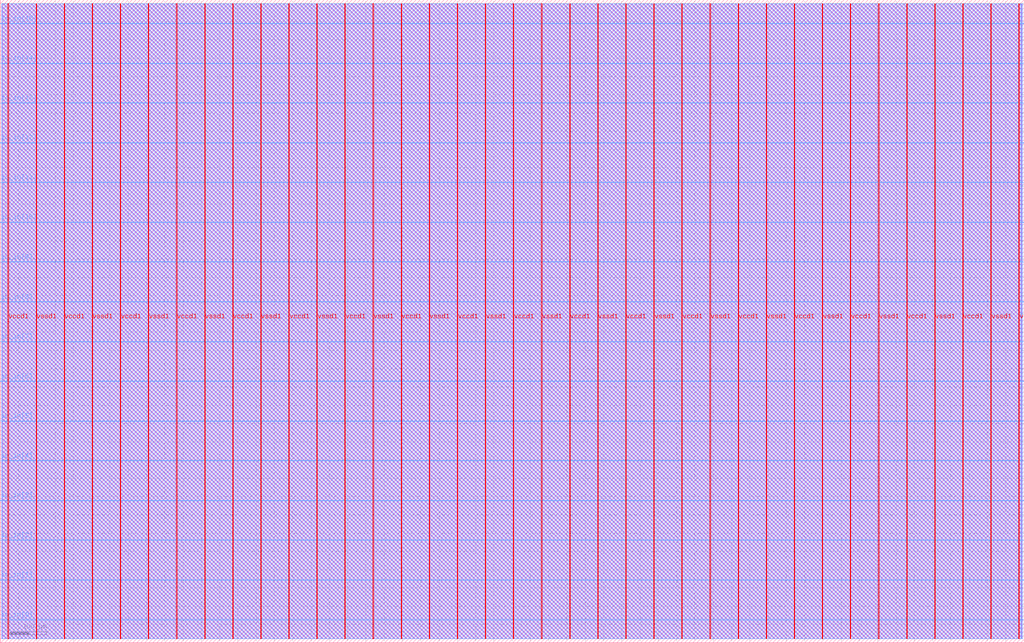
<source format=lef>
VERSION 5.7 ;
  NOWIREEXTENSIONATPIN ON ;
  DIVIDERCHAR "/" ;
  BUSBITCHARS "[]" ;
MACRO user_proj
  CLASS BLOCK ;
  FOREIGN user_proj ;
  ORIGIN 0.000 0.000 ;
  SIZE 2800.000 BY 1760.000 ;
  PIN io_in[0]
    DIRECTION INPUT ;
    USE SIGNAL ;
    PORT
      LAYER met3 ;
        RECT 0.000 62.600 4.000 63.200 ;
    END
  END io_in[0]
  PIN io_in[10]
    DIRECTION INPUT ;
    USE SIGNAL ;
    ANTENNAGATEAREA 0.213000 ;
    PORT
      LAYER met3 ;
        RECT 0.000 1150.600 4.000 1151.200 ;
    END
  END io_in[10]
  PIN io_in[11]
    DIRECTION INPUT ;
    USE SIGNAL ;
    ANTENNAGATEAREA 0.247500 ;
    PORT
      LAYER met3 ;
        RECT 0.000 1259.400 4.000 1260.000 ;
    END
  END io_in[11]
  PIN io_in[12]
    DIRECTION INPUT ;
    USE SIGNAL ;
    ANTENNAGATEAREA 0.247500 ;
    PORT
      LAYER met3 ;
        RECT 0.000 1368.200 4.000 1368.800 ;
    END
  END io_in[12]
  PIN io_in[13]
    DIRECTION INPUT ;
    USE SIGNAL ;
    ANTENNAGATEAREA 0.426000 ;
    PORT
      LAYER met3 ;
        RECT 0.000 1477.000 4.000 1477.600 ;
    END
  END io_in[13]
  PIN io_in[14]
    DIRECTION INPUT ;
    USE SIGNAL ;
    ANTENNAGATEAREA 0.426000 ;
    PORT
      LAYER met3 ;
        RECT 0.000 1585.800 4.000 1586.400 ;
    END
  END io_in[14]
  PIN io_in[15]
    DIRECTION INPUT ;
    USE SIGNAL ;
    ANTENNAGATEAREA 0.495000 ;
    PORT
      LAYER met3 ;
        RECT 0.000 1694.600 4.000 1695.200 ;
    END
  END io_in[15]
  PIN io_in[1]
    DIRECTION INPUT ;
    USE SIGNAL ;
    ANTENNAGATEAREA 0.213000 ;
    PORT
      LAYER met3 ;
        RECT 0.000 171.400 4.000 172.000 ;
    END
  END io_in[1]
  PIN io_in[2]
    DIRECTION INPUT ;
    USE SIGNAL ;
    ANTENNAGATEAREA 0.213000 ;
    PORT
      LAYER met3 ;
        RECT 0.000 280.200 4.000 280.800 ;
    END
  END io_in[2]
  PIN io_in[3]
    DIRECTION INPUT ;
    USE SIGNAL ;
    ANTENNAGATEAREA 0.126000 ;
    PORT
      LAYER met3 ;
        RECT 0.000 389.000 4.000 389.600 ;
    END
  END io_in[3]
  PIN io_in[4]
    DIRECTION INPUT ;
    USE SIGNAL ;
    ANTENNAGATEAREA 0.159000 ;
    PORT
      LAYER met3 ;
        RECT 0.000 497.800 4.000 498.400 ;
    END
  END io_in[4]
  PIN io_in[5]
    DIRECTION INPUT ;
    USE SIGNAL ;
    ANTENNAGATEAREA 0.159000 ;
    PORT
      LAYER met3 ;
        RECT 0.000 606.600 4.000 607.200 ;
    END
  END io_in[5]
  PIN io_in[6]
    DIRECTION INPUT ;
    USE SIGNAL ;
    ANTENNAGATEAREA 0.196500 ;
    PORT
      LAYER met3 ;
        RECT 0.000 715.400 4.000 716.000 ;
    END
  END io_in[6]
  PIN io_in[7]
    DIRECTION INPUT ;
    USE SIGNAL ;
    ANTENNAGATEAREA 0.196500 ;
    PORT
      LAYER met3 ;
        RECT 0.000 824.200 4.000 824.800 ;
    END
  END io_in[7]
  PIN io_in[8]
    DIRECTION INPUT ;
    USE SIGNAL ;
    ANTENNAGATEAREA 0.213000 ;
    PORT
      LAYER met3 ;
        RECT 0.000 933.000 4.000 933.600 ;
    END
  END io_in[8]
  PIN io_in[9]
    DIRECTION INPUT ;
    USE SIGNAL ;
    ANTENNAGATEAREA 0.213000 ;
    PORT
      LAYER met3 ;
        RECT 0.000 1041.800 4.000 1042.400 ;
    END
  END io_in[9]
  PIN io_out[0]
    DIRECTION OUTPUT TRISTATE ;
    USE SIGNAL ;
    ANTENNADIFFAREA 0.445500 ;
    PORT
      LAYER met3 ;
        RECT 2796.000 62.600 2800.000 63.200 ;
    END
  END io_out[0]
  PIN io_out[10]
    DIRECTION OUTPUT TRISTATE ;
    USE SIGNAL ;
    PORT
      LAYER met3 ;
        RECT 2796.000 1150.600 2800.000 1151.200 ;
    END
  END io_out[10]
  PIN io_out[11]
    DIRECTION OUTPUT TRISTATE ;
    USE SIGNAL ;
    PORT
      LAYER met3 ;
        RECT 2796.000 1259.400 2800.000 1260.000 ;
    END
  END io_out[11]
  PIN io_out[12]
    DIRECTION OUTPUT TRISTATE ;
    USE SIGNAL ;
    PORT
      LAYER met3 ;
        RECT 2796.000 1368.200 2800.000 1368.800 ;
    END
  END io_out[12]
  PIN io_out[13]
    DIRECTION OUTPUT TRISTATE ;
    USE SIGNAL ;
    PORT
      LAYER met3 ;
        RECT 2796.000 1477.000 2800.000 1477.600 ;
    END
  END io_out[13]
  PIN io_out[14]
    DIRECTION OUTPUT TRISTATE ;
    USE SIGNAL ;
    PORT
      LAYER met3 ;
        RECT 2796.000 1585.800 2800.000 1586.400 ;
    END
  END io_out[14]
  PIN io_out[15]
    DIRECTION OUTPUT TRISTATE ;
    USE SIGNAL ;
    PORT
      LAYER met3 ;
        RECT 2796.000 1694.600 2800.000 1695.200 ;
    END
  END io_out[15]
  PIN io_out[1]
    DIRECTION OUTPUT TRISTATE ;
    USE SIGNAL ;
    ANTENNADIFFAREA 0.795200 ;
    PORT
      LAYER met3 ;
        RECT 2796.000 171.400 2800.000 172.000 ;
    END
  END io_out[1]
  PIN io_out[2]
    DIRECTION OUTPUT TRISTATE ;
    USE SIGNAL ;
    ANTENNADIFFAREA 0.445500 ;
    PORT
      LAYER met3 ;
        RECT 2796.000 280.200 2800.000 280.800 ;
    END
  END io_out[2]
  PIN io_out[3]
    DIRECTION OUTPUT TRISTATE ;
    USE SIGNAL ;
    ANTENNADIFFAREA 0.445500 ;
    PORT
      LAYER met3 ;
        RECT 2796.000 389.000 2800.000 389.600 ;
    END
  END io_out[3]
  PIN io_out[4]
    DIRECTION OUTPUT TRISTATE ;
    USE SIGNAL ;
    PORT
      LAYER met3 ;
        RECT 2796.000 497.800 2800.000 498.400 ;
    END
  END io_out[4]
  PIN io_out[5]
    DIRECTION OUTPUT TRISTATE ;
    USE SIGNAL ;
    PORT
      LAYER met3 ;
        RECT 2796.000 606.600 2800.000 607.200 ;
    END
  END io_out[5]
  PIN io_out[6]
    DIRECTION OUTPUT TRISTATE ;
    USE SIGNAL ;
    PORT
      LAYER met3 ;
        RECT 2796.000 715.400 2800.000 716.000 ;
    END
  END io_out[6]
  PIN io_out[7]
    DIRECTION OUTPUT TRISTATE ;
    USE SIGNAL ;
    PORT
      LAYER met3 ;
        RECT 2796.000 824.200 2800.000 824.800 ;
    END
  END io_out[7]
  PIN io_out[8]
    DIRECTION OUTPUT TRISTATE ;
    USE SIGNAL ;
    PORT
      LAYER met3 ;
        RECT 2796.000 933.000 2800.000 933.600 ;
    END
  END io_out[8]
  PIN io_out[9]
    DIRECTION OUTPUT TRISTATE ;
    USE SIGNAL ;
    PORT
      LAYER met3 ;
        RECT 2796.000 1041.800 2800.000 1042.400 ;
    END
  END io_out[9]
  PIN vccd1
    DIRECTION INOUT ;
    USE POWER ;
    PORT
      LAYER met4 ;
        RECT 21.040 10.640 22.640 1749.200 ;
    END
    PORT
      LAYER met4 ;
        RECT 174.640 10.640 176.240 1749.200 ;
    END
    PORT
      LAYER met4 ;
        RECT 328.240 10.640 329.840 1749.200 ;
    END
    PORT
      LAYER met4 ;
        RECT 481.840 10.640 483.440 1749.200 ;
    END
    PORT
      LAYER met4 ;
        RECT 635.440 10.640 637.040 1749.200 ;
    END
    PORT
      LAYER met4 ;
        RECT 789.040 10.640 790.640 1749.200 ;
    END
    PORT
      LAYER met4 ;
        RECT 942.640 10.640 944.240 1749.200 ;
    END
    PORT
      LAYER met4 ;
        RECT 1096.240 10.640 1097.840 1749.200 ;
    END
    PORT
      LAYER met4 ;
        RECT 1249.840 10.640 1251.440 1749.200 ;
    END
    PORT
      LAYER met4 ;
        RECT 1403.440 10.640 1405.040 1749.200 ;
    END
    PORT
      LAYER met4 ;
        RECT 1557.040 10.640 1558.640 1749.200 ;
    END
    PORT
      LAYER met4 ;
        RECT 1710.640 10.640 1712.240 1749.200 ;
    END
    PORT
      LAYER met4 ;
        RECT 1864.240 10.640 1865.840 1749.200 ;
    END
    PORT
      LAYER met4 ;
        RECT 2017.840 10.640 2019.440 1749.200 ;
    END
    PORT
      LAYER met4 ;
        RECT 2171.440 10.640 2173.040 1749.200 ;
    END
    PORT
      LAYER met4 ;
        RECT 2325.040 10.640 2326.640 1749.200 ;
    END
    PORT
      LAYER met4 ;
        RECT 2478.640 10.640 2480.240 1749.200 ;
    END
    PORT
      LAYER met4 ;
        RECT 2632.240 10.640 2633.840 1749.200 ;
    END
    PORT
      LAYER met4 ;
        RECT 2785.840 10.640 2787.440 1749.200 ;
    END
  END vccd1
  PIN vssd1
    DIRECTION INOUT ;
    USE GROUND ;
    PORT
      LAYER met4 ;
        RECT 97.840 10.640 99.440 1749.200 ;
    END
    PORT
      LAYER met4 ;
        RECT 251.440 10.640 253.040 1749.200 ;
    END
    PORT
      LAYER met4 ;
        RECT 405.040 10.640 406.640 1749.200 ;
    END
    PORT
      LAYER met4 ;
        RECT 558.640 10.640 560.240 1749.200 ;
    END
    PORT
      LAYER met4 ;
        RECT 712.240 10.640 713.840 1749.200 ;
    END
    PORT
      LAYER met4 ;
        RECT 865.840 10.640 867.440 1749.200 ;
    END
    PORT
      LAYER met4 ;
        RECT 1019.440 10.640 1021.040 1749.200 ;
    END
    PORT
      LAYER met4 ;
        RECT 1173.040 10.640 1174.640 1749.200 ;
    END
    PORT
      LAYER met4 ;
        RECT 1326.640 10.640 1328.240 1749.200 ;
    END
    PORT
      LAYER met4 ;
        RECT 1480.240 10.640 1481.840 1749.200 ;
    END
    PORT
      LAYER met4 ;
        RECT 1633.840 10.640 1635.440 1749.200 ;
    END
    PORT
      LAYER met4 ;
        RECT 1787.440 10.640 1789.040 1749.200 ;
    END
    PORT
      LAYER met4 ;
        RECT 1941.040 10.640 1942.640 1749.200 ;
    END
    PORT
      LAYER met4 ;
        RECT 2094.640 10.640 2096.240 1749.200 ;
    END
    PORT
      LAYER met4 ;
        RECT 2248.240 10.640 2249.840 1749.200 ;
    END
    PORT
      LAYER met4 ;
        RECT 2401.840 10.640 2403.440 1749.200 ;
    END
    PORT
      LAYER met4 ;
        RECT 2555.440 10.640 2557.040 1749.200 ;
    END
    PORT
      LAYER met4 ;
        RECT 2709.040 10.640 2710.640 1749.200 ;
    END
  END vssd1
  OBS
      LAYER li1 ;
        RECT 5.520 10.795 2794.040 1749.045 ;
      LAYER met1 ;
        RECT 4.670 10.640 2794.040 1749.200 ;
      LAYER met2 ;
        RECT 4.690 10.695 2792.570 1749.145 ;
      LAYER met3 ;
        RECT 3.990 1695.600 2796.000 1749.125 ;
        RECT 4.400 1694.200 2795.600 1695.600 ;
        RECT 3.990 1586.800 2796.000 1694.200 ;
        RECT 4.400 1585.400 2795.600 1586.800 ;
        RECT 3.990 1478.000 2796.000 1585.400 ;
        RECT 4.400 1476.600 2795.600 1478.000 ;
        RECT 3.990 1369.200 2796.000 1476.600 ;
        RECT 4.400 1367.800 2795.600 1369.200 ;
        RECT 3.990 1260.400 2796.000 1367.800 ;
        RECT 4.400 1259.000 2795.600 1260.400 ;
        RECT 3.990 1151.600 2796.000 1259.000 ;
        RECT 4.400 1150.200 2795.600 1151.600 ;
        RECT 3.990 1042.800 2796.000 1150.200 ;
        RECT 4.400 1041.400 2795.600 1042.800 ;
        RECT 3.990 934.000 2796.000 1041.400 ;
        RECT 4.400 932.600 2795.600 934.000 ;
        RECT 3.990 825.200 2796.000 932.600 ;
        RECT 4.400 823.800 2795.600 825.200 ;
        RECT 3.990 716.400 2796.000 823.800 ;
        RECT 4.400 715.000 2795.600 716.400 ;
        RECT 3.990 607.600 2796.000 715.000 ;
        RECT 4.400 606.200 2795.600 607.600 ;
        RECT 3.990 498.800 2796.000 606.200 ;
        RECT 4.400 497.400 2795.600 498.800 ;
        RECT 3.990 390.000 2796.000 497.400 ;
        RECT 4.400 388.600 2795.600 390.000 ;
        RECT 3.990 281.200 2796.000 388.600 ;
        RECT 4.400 279.800 2795.600 281.200 ;
        RECT 3.990 172.400 2796.000 279.800 ;
        RECT 4.400 171.000 2795.600 172.400 ;
        RECT 3.990 63.600 2796.000 171.000 ;
        RECT 4.400 62.200 2795.600 63.600 ;
        RECT 3.990 10.715 2796.000 62.200 ;
  END
END user_proj
END LIBRARY


</source>
